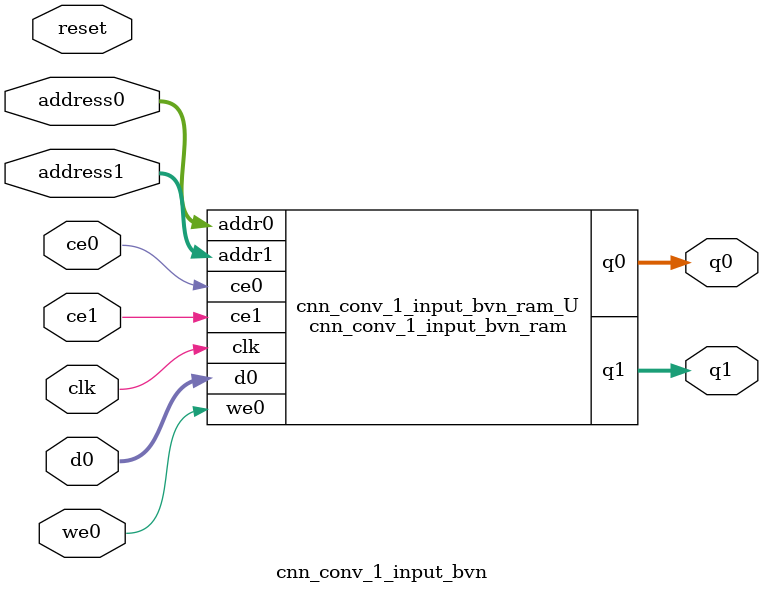
<source format=v>
`timescale 1 ns / 1 ps
module cnn_conv_1_input_bvn_ram (addr0, ce0, d0, we0, q0, addr1, ce1, q1,  clk);

parameter DWIDTH = 14;
parameter AWIDTH = 7;
parameter MEM_SIZE = 100;

input[AWIDTH-1:0] addr0;
input ce0;
input[DWIDTH-1:0] d0;
input we0;
output reg[DWIDTH-1:0] q0;
input[AWIDTH-1:0] addr1;
input ce1;
output reg[DWIDTH-1:0] q1;
input clk;

(* ram_style = "block" *)reg [DWIDTH-1:0] ram[0:MEM_SIZE-1];




always @(posedge clk)  
begin 
    if (ce0) 
    begin
        if (we0) 
        begin 
            ram[addr0] <= d0; 
        end 
        q0 <= ram[addr0];
    end
end


always @(posedge clk)  
begin 
    if (ce1) 
    begin
        q1 <= ram[addr1];
    end
end


endmodule

`timescale 1 ns / 1 ps
module cnn_conv_1_input_bvn(
    reset,
    clk,
    address0,
    ce0,
    we0,
    d0,
    q0,
    address1,
    ce1,
    q1);

parameter DataWidth = 32'd14;
parameter AddressRange = 32'd100;
parameter AddressWidth = 32'd7;
input reset;
input clk;
input[AddressWidth - 1:0] address0;
input ce0;
input we0;
input[DataWidth - 1:0] d0;
output[DataWidth - 1:0] q0;
input[AddressWidth - 1:0] address1;
input ce1;
output[DataWidth - 1:0] q1;



cnn_conv_1_input_bvn_ram cnn_conv_1_input_bvn_ram_U(
    .clk( clk ),
    .addr0( address0 ),
    .ce0( ce0 ),
    .we0( we0 ),
    .d0( d0 ),
    .q0( q0 ),
    .addr1( address1 ),
    .ce1( ce1 ),
    .q1( q1 ));

endmodule


</source>
